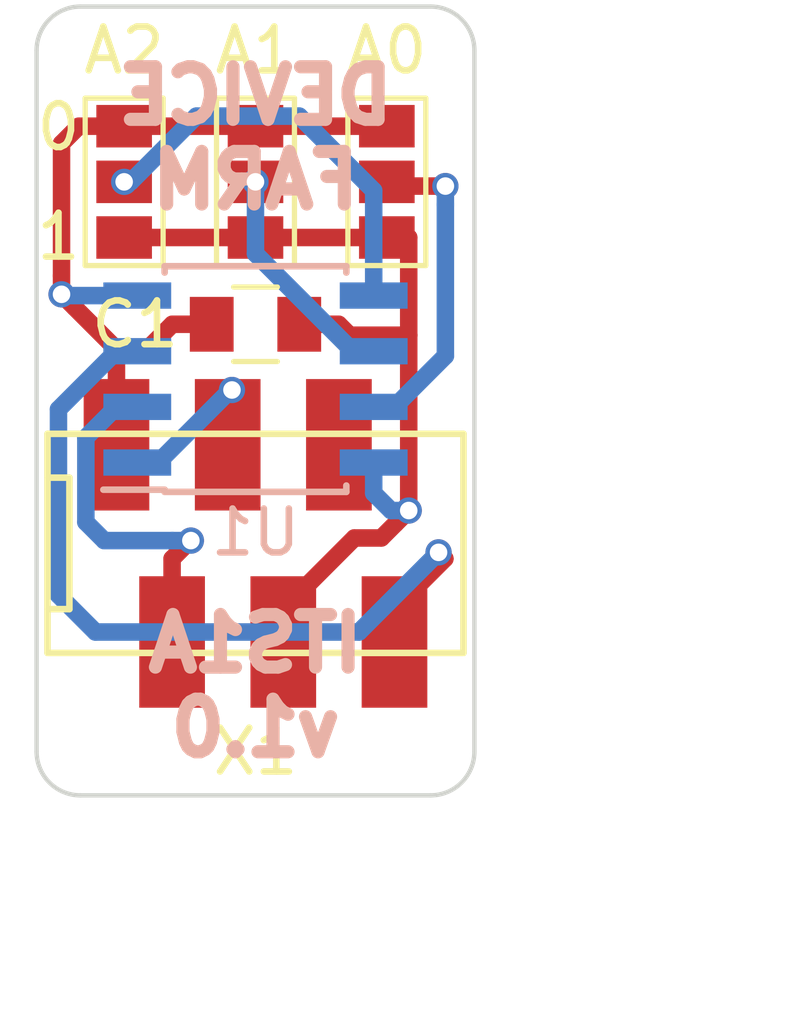
<source format=kicad_pcb>
(kicad_pcb (version 4) (host pcbnew 4.0.7-e2-6376~58~ubuntu16.04.1)

  (general
    (links 16)
    (no_connects 0)
    (area 152.769833 99.949999 163.875 118.075)
    (thickness 1.6)
    (drawings 14)
    (tracks 78)
    (zones 0)
    (modules 6)
    (nets 9)
  )

  (page A4)
  (layers
    (0 F.Cu signal)
    (31 B.Cu signal)
    (32 B.Adhes user)
    (33 F.Adhes user)
    (34 B.Paste user)
    (35 F.Paste user)
    (36 B.SilkS user)
    (37 F.SilkS user)
    (38 B.Mask user)
    (39 F.Mask user)
    (40 Dwgs.User user)
    (41 Cmts.User user)
    (42 Eco1.User user)
    (43 Eco2.User user)
    (44 Edge.Cuts user)
    (45 Margin user)
    (46 B.CrtYd user)
    (47 F.CrtYd user)
    (48 B.Fab user hide)
    (49 F.Fab user hide)
  )

  (setup
    (last_trace_width 0.4)
    (trace_clearance 0.2)
    (zone_clearance 0.508)
    (zone_45_only no)
    (trace_min 0.2)
    (segment_width 0.2)
    (edge_width 0.1)
    (via_size 0.6)
    (via_drill 0.4)
    (via_min_size 0.4)
    (via_min_drill 0.3)
    (user_via 0.9 0.6)
    (user_via 3 1)
    (user_via 4 2.2)
    (uvia_size 0.3)
    (uvia_drill 0.1)
    (uvias_allowed no)
    (uvia_min_size 0.2)
    (uvia_min_drill 0.1)
    (pcb_text_width 0.3)
    (pcb_text_size 1.5 1.5)
    (mod_edge_width 0.15)
    (mod_text_size 1 1)
    (mod_text_width 0.15)
    (pad_size 1.5 1.5)
    (pad_drill 0.6)
    (pad_to_mask_clearance 0)
    (aux_axis_origin 0 0)
    (visible_elements FFFEEF7F)
    (pcbplotparams
      (layerselection 0x00030_80000001)
      (usegerberextensions false)
      (excludeedgelayer true)
      (linewidth 0.100000)
      (plotframeref false)
      (viasonmask false)
      (mode 1)
      (useauxorigin false)
      (hpglpennumber 1)
      (hpglpenspeed 20)
      (hpglpendiameter 15)
      (hpglpenoverlay 2)
      (psnegative false)
      (psa4output false)
      (plotreference true)
      (plotvalue true)
      (plotinvisibletext false)
      (padsonsilk false)
      (subtractmaskfromsilk false)
      (outputformat 1)
      (mirror false)
      (drillshape 1)
      (scaleselection 1)
      (outputdirectory ""))
  )

  (net 0 "")
  (net 1 GND)
  (net 2 "Net-(A0-Pad2)")
  (net 3 VCC)
  (net 4 "Net-(A1-Pad2)")
  (net 5 "Net-(A2-Pad2)")
  (net 6 /SDA)
  (net 7 /SCL)
  (net 8 /ALERT)

  (net_class Default "This is the default net class."
    (clearance 0.2)
    (trace_width 0.4)
    (via_dia 0.6)
    (via_drill 0.4)
    (uvia_dia 0.3)
    (uvia_drill 0.1)
    (add_net /ALERT)
    (add_net /SCL)
    (add_net /SDA)
    (add_net GND)
    (add_net "Net-(A0-Pad2)")
    (add_net "Net-(A1-Pad2)")
    (add_net "Net-(A2-Pad2)")
    (add_net VCC)
  )

  (module Connectors:GS3 (layer F.Cu) (tedit 58613494) (tstamp 5B717F4E)
    (at 161 104)
    (descr "3-pin solder bridge")
    (tags "solder bridge")
    (path /5AF9A239)
    (attr smd)
    (fp_text reference A0 (at 0 -3 180) (layer F.SilkS)
      (effects (font (size 1 1) (thickness 0.15)))
    )
    (fp_text value GS3 (at 1.8 0 90) (layer F.Fab)
      (effects (font (size 1 1) (thickness 0.15)))
    )
    (fp_line (start -1.15 -2.15) (end 1.15 -2.15) (layer F.CrtYd) (width 0.05))
    (fp_line (start 1.15 -2.15) (end 1.15 2.15) (layer F.CrtYd) (width 0.05))
    (fp_line (start 1.15 2.15) (end -1.15 2.15) (layer F.CrtYd) (width 0.05))
    (fp_line (start -1.15 2.15) (end -1.15 -2.15) (layer F.CrtYd) (width 0.05))
    (fp_line (start -0.89 -1.91) (end -0.89 1.91) (layer F.SilkS) (width 0.12))
    (fp_line (start -0.89 1.91) (end 0.89 1.91) (layer F.SilkS) (width 0.12))
    (fp_line (start 0.89 1.91) (end 0.89 -1.91) (layer F.SilkS) (width 0.12))
    (fp_line (start -0.89 -1.91) (end 0.89 -1.91) (layer F.SilkS) (width 0.12))
    (pad 1 smd rect (at 0 -1.27) (size 1.27 0.97) (layers F.Cu F.Paste F.Mask)
      (net 1 GND))
    (pad 2 smd rect (at 0 0) (size 1.27 0.97) (layers F.Cu F.Paste F.Mask)
      (net 2 "Net-(A0-Pad2)"))
    (pad 3 smd rect (at 0 1.27) (size 1.27 0.97) (layers F.Cu F.Paste F.Mask)
      (net 3 VCC))
  )

  (module Connectors:GS3 (layer F.Cu) (tedit 58613494) (tstamp 5B717F55)
    (at 158 104)
    (descr "3-pin solder bridge")
    (tags "solder bridge")
    (path /5AF9A20D)
    (attr smd)
    (fp_text reference A1 (at 0 -3 180) (layer F.SilkS)
      (effects (font (size 1 1) (thickness 0.15)))
    )
    (fp_text value GS3 (at 1.8 0 90) (layer F.Fab)
      (effects (font (size 1 1) (thickness 0.15)))
    )
    (fp_line (start -1.15 -2.15) (end 1.15 -2.15) (layer F.CrtYd) (width 0.05))
    (fp_line (start 1.15 -2.15) (end 1.15 2.15) (layer F.CrtYd) (width 0.05))
    (fp_line (start 1.15 2.15) (end -1.15 2.15) (layer F.CrtYd) (width 0.05))
    (fp_line (start -1.15 2.15) (end -1.15 -2.15) (layer F.CrtYd) (width 0.05))
    (fp_line (start -0.89 -1.91) (end -0.89 1.91) (layer F.SilkS) (width 0.12))
    (fp_line (start -0.89 1.91) (end 0.89 1.91) (layer F.SilkS) (width 0.12))
    (fp_line (start 0.89 1.91) (end 0.89 -1.91) (layer F.SilkS) (width 0.12))
    (fp_line (start -0.89 -1.91) (end 0.89 -1.91) (layer F.SilkS) (width 0.12))
    (pad 1 smd rect (at 0 -1.27) (size 1.27 0.97) (layers F.Cu F.Paste F.Mask)
      (net 1 GND))
    (pad 2 smd rect (at 0 0) (size 1.27 0.97) (layers F.Cu F.Paste F.Mask)
      (net 4 "Net-(A1-Pad2)"))
    (pad 3 smd rect (at 0 1.27) (size 1.27 0.97) (layers F.Cu F.Paste F.Mask)
      (net 3 VCC))
  )

  (module Connectors:GS3 (layer F.Cu) (tedit 58613494) (tstamp 5B717F5C)
    (at 155 104)
    (descr "3-pin solder bridge")
    (tags "solder bridge")
    (path /5AF9A1BB)
    (attr smd)
    (fp_text reference A2 (at 0 -3 180) (layer F.SilkS)
      (effects (font (size 1 1) (thickness 0.15)))
    )
    (fp_text value GS3 (at 1.8 0 90) (layer F.Fab)
      (effects (font (size 1 1) (thickness 0.15)))
    )
    (fp_line (start -1.15 -2.15) (end 1.15 -2.15) (layer F.CrtYd) (width 0.05))
    (fp_line (start 1.15 -2.15) (end 1.15 2.15) (layer F.CrtYd) (width 0.05))
    (fp_line (start 1.15 2.15) (end -1.15 2.15) (layer F.CrtYd) (width 0.05))
    (fp_line (start -1.15 2.15) (end -1.15 -2.15) (layer F.CrtYd) (width 0.05))
    (fp_line (start -0.89 -1.91) (end -0.89 1.91) (layer F.SilkS) (width 0.12))
    (fp_line (start -0.89 1.91) (end 0.89 1.91) (layer F.SilkS) (width 0.12))
    (fp_line (start 0.89 1.91) (end 0.89 -1.91) (layer F.SilkS) (width 0.12))
    (fp_line (start -0.89 -1.91) (end 0.89 -1.91) (layer F.SilkS) (width 0.12))
    (pad 1 smd rect (at 0 -1.27) (size 1.27 0.97) (layers F.Cu F.Paste F.Mask)
      (net 1 GND))
    (pad 2 smd rect (at 0 0) (size 1.27 0.97) (layers F.Cu F.Paste F.Mask)
      (net 5 "Net-(A2-Pad2)"))
    (pad 3 smd rect (at 0 1.27) (size 1.27 0.97) (layers F.Cu F.Paste F.Mask)
      (net 3 VCC))
  )

  (module Housings_SOIC:SOIC-8_3.9x4.9mm_Pitch1.27mm (layer B.Cu) (tedit 58CD0CDA) (tstamp 5B717F68)
    (at 158 108.5)
    (descr "8-Lead Plastic Small Outline (SN) - Narrow, 3.90 mm Body [SOIC] (see Microchip Packaging Specification 00000049BS.pdf)")
    (tags "SOIC 1.27")
    (path /5AF99E87)
    (attr smd)
    (fp_text reference U1 (at 0 3.5) (layer B.SilkS)
      (effects (font (size 1 1) (thickness 0.15)) (justify mirror))
    )
    (fp_text value LM75A (at 0 -3.5) (layer B.Fab)
      (effects (font (size 1 1) (thickness 0.15)) (justify mirror))
    )
    (fp_text user %R (at 0 0) (layer B.Fab)
      (effects (font (size 1 1) (thickness 0.15)) (justify mirror))
    )
    (fp_line (start -0.95 2.45) (end 1.95 2.45) (layer B.Fab) (width 0.1))
    (fp_line (start 1.95 2.45) (end 1.95 -2.45) (layer B.Fab) (width 0.1))
    (fp_line (start 1.95 -2.45) (end -1.95 -2.45) (layer B.Fab) (width 0.1))
    (fp_line (start -1.95 -2.45) (end -1.95 1.45) (layer B.Fab) (width 0.1))
    (fp_line (start -1.95 1.45) (end -0.95 2.45) (layer B.Fab) (width 0.1))
    (fp_line (start -3.73 2.7) (end -3.73 -2.7) (layer B.CrtYd) (width 0.05))
    (fp_line (start 3.73 2.7) (end 3.73 -2.7) (layer B.CrtYd) (width 0.05))
    (fp_line (start -3.73 2.7) (end 3.73 2.7) (layer B.CrtYd) (width 0.05))
    (fp_line (start -3.73 -2.7) (end 3.73 -2.7) (layer B.CrtYd) (width 0.05))
    (fp_line (start -2.075 2.575) (end -2.075 2.525) (layer B.SilkS) (width 0.15))
    (fp_line (start 2.075 2.575) (end 2.075 2.43) (layer B.SilkS) (width 0.15))
    (fp_line (start 2.075 -2.575) (end 2.075 -2.43) (layer B.SilkS) (width 0.15))
    (fp_line (start -2.075 -2.575) (end -2.075 -2.43) (layer B.SilkS) (width 0.15))
    (fp_line (start -2.075 2.575) (end 2.075 2.575) (layer B.SilkS) (width 0.15))
    (fp_line (start -2.075 -2.575) (end 2.075 -2.575) (layer B.SilkS) (width 0.15))
    (fp_line (start -2.075 2.525) (end -3.475 2.525) (layer B.SilkS) (width 0.15))
    (pad 1 smd rect (at -2.7 1.905) (size 1.55 0.6) (layers B.Cu B.Paste B.Mask)
      (net 6 /SDA))
    (pad 2 smd rect (at -2.7 0.635) (size 1.55 0.6) (layers B.Cu B.Paste B.Mask)
      (net 7 /SCL))
    (pad 3 smd rect (at -2.7 -0.635) (size 1.55 0.6) (layers B.Cu B.Paste B.Mask)
      (net 8 /ALERT))
    (pad 4 smd rect (at -2.7 -1.905) (size 1.55 0.6) (layers B.Cu B.Paste B.Mask)
      (net 1 GND))
    (pad 5 smd rect (at 2.7 -1.905) (size 1.55 0.6) (layers B.Cu B.Paste B.Mask)
      (net 5 "Net-(A2-Pad2)"))
    (pad 6 smd rect (at 2.7 -0.635) (size 1.55 0.6) (layers B.Cu B.Paste B.Mask)
      (net 4 "Net-(A1-Pad2)"))
    (pad 7 smd rect (at 2.7 0.635) (size 1.55 0.6) (layers B.Cu B.Paste B.Mask)
      (net 2 "Net-(A0-Pad2)"))
    (pad 8 smd rect (at 2.7 1.905) (size 1.55 0.6) (layers B.Cu B.Paste B.Mask)
      (net 3 VCC))
    (model ${KISYS3DMOD}/Housings_SOIC.3dshapes/SOIC-8_3.9x4.9mm_Pitch1.27mm.wrl
      (at (xyz 0 0 0))
      (scale (xyz 1 1 1))
      (rotate (xyz 0 0 0))
    )
  )

  (module device.farm:Micro-Match-FOB-6 (layer F.Cu) (tedit 0) (tstamp 5B717F72)
    (at 158 112.25)
    (path /5B717F66)
    (fp_text reference X1 (at 0 4.75) (layer F.SilkS)
      (effects (font (size 1 1) (thickness 0.15)))
    )
    (fp_text value I2C-6P (at 0 -5) (layer F.Fab)
      (effects (font (size 1 1) (thickness 0.15)))
    )
    (fp_line (start -4.75 -2.5) (end 4.75 -2.5) (layer F.SilkS) (width 0.15))
    (fp_line (start -4.75 2.5) (end 4.75 2.5) (layer F.SilkS) (width 0.15))
    (fp_line (start -4.75 -2.5) (end -4.75 2.5) (layer F.SilkS) (width 0.15))
    (fp_line (start 4.75 -2.5) (end 4.75 2.5) (layer F.SilkS) (width 0.15))
    (fp_line (start -4.75 -1.5) (end -4.25 -1.5) (layer F.SilkS) (width 0.15))
    (fp_line (start -4.25 -1.5) (end -4.25 1.5) (layer F.SilkS) (width 0.15))
    (fp_line (start -4.75 1.5) (end -4.25 1.5) (layer F.SilkS) (width 0.15))
    (pad 1 smd rect (at -3.175 -2.25) (size 1.5 3) (layers F.Cu F.Paste F.Mask)
      (net 1 GND))
    (pad 2 smd rect (at -1.905 2.25) (size 1.5 3) (layers F.Cu F.Paste F.Mask)
      (net 7 /SCL))
    (pad 3 smd rect (at -0.635 -2.25) (size 1.5 3) (layers F.Cu F.Paste F.Mask)
      (net 6 /SDA))
    (pad 4 smd rect (at 0.635 2.25) (size 1.5 3) (layers F.Cu F.Paste F.Mask)
      (net 3 VCC))
    (pad 5 smd rect (at 1.905 -2.25) (size 1.5 3) (layers F.Cu F.Paste F.Mask))
    (pad 6 smd rect (at 3.175 2.25) (size 1.5 3) (layers F.Cu F.Paste F.Mask)
      (net 8 /ALERT))
    (model ${DF}/Micro-Match-FOB-6.wrl
      (at (xyz 0 0 0))
      (scale (xyz 0.393701 0.393701 0.393701))
      (rotate (xyz 0 0 0))
    )
  )

  (module Capacitors_SMD:C_0805 (layer F.Cu) (tedit 58AA8463) (tstamp 5B7184F1)
    (at 158 107.25 180)
    (descr "Capacitor SMD 0805, reflow soldering, AVX (see smccp.pdf)")
    (tags "capacitor 0805")
    (path /5B71849D)
    (attr smd)
    (fp_text reference C1 (at 2.75 0 180) (layer F.SilkS)
      (effects (font (size 1 1) (thickness 0.15)))
    )
    (fp_text value 100n (at 0 1.75 180) (layer F.Fab)
      (effects (font (size 1 1) (thickness 0.15)))
    )
    (fp_text user %R (at 0 -1.5 180) (layer F.Fab)
      (effects (font (size 1 1) (thickness 0.15)))
    )
    (fp_line (start -1 0.62) (end -1 -0.62) (layer F.Fab) (width 0.1))
    (fp_line (start 1 0.62) (end -1 0.62) (layer F.Fab) (width 0.1))
    (fp_line (start 1 -0.62) (end 1 0.62) (layer F.Fab) (width 0.1))
    (fp_line (start -1 -0.62) (end 1 -0.62) (layer F.Fab) (width 0.1))
    (fp_line (start 0.5 -0.85) (end -0.5 -0.85) (layer F.SilkS) (width 0.12))
    (fp_line (start -0.5 0.85) (end 0.5 0.85) (layer F.SilkS) (width 0.12))
    (fp_line (start -1.75 -0.88) (end 1.75 -0.88) (layer F.CrtYd) (width 0.05))
    (fp_line (start -1.75 -0.88) (end -1.75 0.87) (layer F.CrtYd) (width 0.05))
    (fp_line (start 1.75 0.87) (end 1.75 -0.88) (layer F.CrtYd) (width 0.05))
    (fp_line (start 1.75 0.87) (end -1.75 0.87) (layer F.CrtYd) (width 0.05))
    (pad 1 smd rect (at -1 0 180) (size 1 1.25) (layers F.Cu F.Paste F.Mask)
      (net 3 VCC))
    (pad 2 smd rect (at 1 0 180) (size 1 1.25) (layers F.Cu F.Paste F.Mask)
      (net 1 GND))
    (model Capacitors_SMD.3dshapes/C_0805.wrl
      (at (xyz 0 0 0))
      (scale (xyz 1 1 1))
      (rotate (xyz 0 0 0))
    )
  )

  (dimension 10 (width 0.3) (layer Dwgs.User)
    (gr_text "10,000 mm" (at 158 123.85) (layer Dwgs.User)
      (effects (font (size 1.5 1.5) (thickness 0.3)))
    )
    (feature1 (pts (xy 163 118) (xy 163 125.2)))
    (feature2 (pts (xy 153 118) (xy 153 125.2)))
    (crossbar (pts (xy 153 122.5) (xy 163 122.5)))
    (arrow1a (pts (xy 163 122.5) (xy 161.873496 123.086421)))
    (arrow1b (pts (xy 163 122.5) (xy 161.873496 121.913579)))
    (arrow2a (pts (xy 153 122.5) (xy 154.126504 123.086421)))
    (arrow2b (pts (xy 153 122.5) (xy 154.126504 121.913579)))
  )
  (dimension 18 (width 0.3) (layer Dwgs.User)
    (gr_text "18,000 mm" (at 167.85 109 90) (layer Dwgs.User)
      (effects (font (size 1.5 1.5) (thickness 0.3)))
    )
    (feature1 (pts (xy 161.5 100) (xy 169.2 100)))
    (feature2 (pts (xy 161.5 118) (xy 169.2 118)))
    (crossbar (pts (xy 166.5 118) (xy 166.5 100)))
    (arrow1a (pts (xy 166.5 100) (xy 167.086421 101.126504)))
    (arrow1b (pts (xy 166.5 100) (xy 165.913579 101.126504)))
    (arrow2a (pts (xy 166.5 118) (xy 167.086421 116.873496)))
    (arrow2b (pts (xy 166.5 118) (xy 165.913579 116.873496)))
  )
  (gr_text "DEVICE\nFARM" (at 158 103) (layer B.SilkS)
    (effects (font (size 1.2 1.2) (thickness 0.3)) (justify mirror))
  )
  (gr_text "ITS1A\nv1.0" (at 158 115.5) (layer B.SilkS)
    (effects (font (size 1.2 1.2) (thickness 0.3)) (justify mirror))
  )
  (gr_arc (start 162 117) (end 163 117) (angle 90) (layer Edge.Cuts) (width 0.1))
  (gr_arc (start 154 117) (end 154 118) (angle 90) (layer Edge.Cuts) (width 0.1))
  (gr_arc (start 162 101) (end 162 100) (angle 90) (layer Edge.Cuts) (width 0.1))
  (gr_arc (start 154 101) (end 153 101) (angle 90) (layer Edge.Cuts) (width 0.1))
  (gr_text 1 (at 153.5 105.25) (layer F.SilkS) (tstamp 5B71867F)
    (effects (font (size 1 1) (thickness 0.15)))
  )
  (gr_text 0 (at 153.5 102.75) (layer F.SilkS)
    (effects (font (size 1 1) (thickness 0.15)))
  )
  (gr_line (start 153 117) (end 153 101) (layer Edge.Cuts) (width 0.1))
  (gr_line (start 162 118) (end 154 118) (layer Edge.Cuts) (width 0.1))
  (gr_line (start 163 101) (end 163 117) (layer Edge.Cuts) (width 0.1))
  (gr_line (start 154 100) (end 162 100) (layer Edge.Cuts) (width 0.1))

  (segment (start 157 107.25) (end 156.1 107.25) (width 0.4) (layer F.Cu) (net 1))
  (segment (start 156.1 107.25) (end 155.528571 107.821429) (width 0.4) (layer F.Cu) (net 1))
  (segment (start 155.528571 107.821429) (end 154.825 107.821429) (width 0.4) (layer F.Cu) (net 1))
  (segment (start 154.825 107.821429) (end 153.869833 106.866262) (width 0.4) (layer F.Cu) (net 1))
  (segment (start 153.569834 106.141999) (end 153.569834 106.566263) (width 0.4) (layer F.Cu) (net 1))
  (segment (start 153.965 102.73) (end 153.569834 103.125166) (width 0.4) (layer F.Cu) (net 1))
  (segment (start 155 102.73) (end 153.965 102.73) (width 0.4) (layer F.Cu) (net 1))
  (segment (start 153.598571 106.595) (end 153.569834 106.566263) (width 0.4) (layer B.Cu) (net 1))
  (segment (start 155.3 106.595) (end 153.598571 106.595) (width 0.4) (layer B.Cu) (net 1))
  (segment (start 154.825 110) (end 154.825 107.821429) (width 0.4) (layer F.Cu) (net 1))
  (segment (start 153.569834 103.125166) (end 153.569834 106.141999) (width 0.4) (layer F.Cu) (net 1))
  (segment (start 153.869833 106.866262) (end 153.569834 106.566263) (width 0.4) (layer F.Cu) (net 1))
  (via (at 153.569834 106.566263) (size 0.6) (drill 0.4) (layers F.Cu B.Cu) (net 1))
  (segment (start 158 102.73) (end 160.941356 102.73) (width 0.4) (layer F.Cu) (net 1))
  (segment (start 160.941356 102.73) (end 160.95257 102.741214) (width 0.4) (layer F.Cu) (net 1))
  (segment (start 155 102.73) (end 158 102.73) (width 0.4) (layer F.Cu) (net 1))
  (segment (start 162.33719 104.096237) (end 161.096237 104.096237) (width 0.4) (layer F.Cu) (net 2))
  (segment (start 161.096237 104.096237) (end 161 104) (width 0.4) (layer F.Cu) (net 2))
  (segment (start 162.33719 104.520501) (end 162.33719 104.096237) (width 0.4) (layer B.Cu) (net 2))
  (segment (start 162.33719 107.97281) (end 162.33719 104.520501) (width 0.4) (layer B.Cu) (net 2))
  (segment (start 160.7 109.135) (end 161.175 109.135) (width 0.4) (layer B.Cu) (net 2))
  (segment (start 161.175 109.135) (end 162.33719 107.97281) (width 0.4) (layer B.Cu) (net 2))
  (via (at 162.33719 104.096237) (size 0.6) (drill 0.4) (layers F.Cu B.Cu) (net 2))
  (segment (start 161.5 111.5) (end 161.5 107.5) (width 0.4) (layer F.Cu) (net 3))
  (segment (start 161.5 107.5) (end 161.5 105.27) (width 0.4) (layer F.Cu) (net 3))
  (segment (start 159 107.25) (end 159.9 107.25) (width 0.4) (layer F.Cu) (net 3))
  (segment (start 159.9 107.25) (end 160.15 107.5) (width 0.4) (layer F.Cu) (net 3))
  (segment (start 160.15 107.5) (end 161.5 107.5) (width 0.4) (layer F.Cu) (net 3))
  (segment (start 155 105.27) (end 158 105.27) (width 0.4) (layer F.Cu) (net 3))
  (segment (start 160.258573 112.126427) (end 160.873573 112.126427) (width 0.4) (layer F.Cu) (net 3))
  (segment (start 158.635 114.5) (end 158.635 113.75) (width 0.4) (layer F.Cu) (net 3))
  (segment (start 161.200001 111.799999) (end 161.5 111.5) (width 0.4) (layer F.Cu) (net 3))
  (segment (start 158.635 113.75) (end 160.258573 112.126427) (width 0.4) (layer F.Cu) (net 3))
  (segment (start 160.873573 112.126427) (end 161.200001 111.799999) (width 0.4) (layer F.Cu) (net 3))
  (segment (start 161.5 105.27) (end 158 105.27) (width 0.4) (layer F.Cu) (net 3))
  (via (at 161.5 111.5) (size 0.6) (drill 0.4) (layers F.Cu B.Cu) (net 3))
  (segment (start 161.095 111.5) (end 161.5 111.5) (width 0.4) (layer B.Cu) (net 3))
  (segment (start 160.7 110.405) (end 160.7 111.105) (width 0.4) (layer B.Cu) (net 3))
  (segment (start 160.7 111.105) (end 161.095 111.5) (width 0.4) (layer B.Cu) (net 3))
  (segment (start 158 104) (end 158 105.64) (width 0.4) (layer B.Cu) (net 4))
  (segment (start 160.225 107.865) (end 160.7 107.865) (width 0.4) (layer B.Cu) (net 4))
  (segment (start 158 105.64) (end 160.225 107.865) (width 0.4) (layer B.Cu) (net 4))
  (via (at 158 104) (size 0.6) (drill 0.4) (layers F.Cu B.Cu) (net 4))
  (segment (start 159 102.5) (end 160.7 104.2) (width 0.4) (layer B.Cu) (net 5))
  (segment (start 160.7 104.2) (end 160.7 106.595) (width 0.4) (layer B.Cu) (net 5))
  (segment (start 156.65 102.5) (end 159 102.5) (width 0.4) (layer B.Cu) (net 5))
  (segment (start 155 104) (end 155.15 104) (width 0.4) (layer B.Cu) (net 5))
  (segment (start 155.15 104) (end 156.65 102.5) (width 0.4) (layer B.Cu) (net 5))
  (via (at 155 104) (size 0.6) (drill 0.4) (layers F.Cu B.Cu) (net 5))
  (segment (start 157.430581 108.749419) (end 157.462653 108.749419) (width 0.4) (layer B.Cu) (net 6))
  (segment (start 155.775 110.405) (end 157.430581 108.749419) (width 0.4) (layer B.Cu) (net 6))
  (segment (start 155.3 110.405) (end 155.775 110.405) (width 0.4) (layer B.Cu) (net 6))
  (segment (start 157.462653 109.173683) (end 157.462653 108.749419) (width 0.4) (layer F.Cu) (net 6))
  (segment (start 157.462653 109.902347) (end 157.462653 109.173683) (width 0.4) (layer F.Cu) (net 6))
  (segment (start 157.365 110) (end 157.462653 109.902347) (width 0.4) (layer F.Cu) (net 6))
  (via (at 157.462653 108.749419) (size 0.6) (drill 0.4) (layers F.Cu B.Cu) (net 6))
  (segment (start 156.508787 112.186213) (end 156.524085 112.186213) (width 0.4) (layer F.Cu) (net 7))
  (segment (start 156.095 112.6) (end 156.508787 112.186213) (width 0.4) (layer F.Cu) (net 7))
  (segment (start 156.095 114.5) (end 156.095 112.6) (width 0.4) (layer F.Cu) (net 7))
  (segment (start 156.099821 112.186213) (end 156.524085 112.186213) (width 0.4) (layer B.Cu) (net 7))
  (segment (start 154.544938 112.186213) (end 156.099821 112.186213) (width 0.4) (layer B.Cu) (net 7))
  (segment (start 154.124999 111.766274) (end 154.544938 112.186213) (width 0.4) (layer B.Cu) (net 7))
  (segment (start 154.124999 109.835001) (end 154.124999 111.766274) (width 0.4) (layer B.Cu) (net 7))
  (segment (start 155.3 109.135) (end 154.825 109.135) (width 0.4) (layer B.Cu) (net 7))
  (segment (start 154.825 109.135) (end 154.124999 109.835001) (width 0.4) (layer B.Cu) (net 7))
  (via (at 156.524085 112.186213) (size 0.6) (drill 0.4) (layers F.Cu B.Cu) (net 7))
  (segment (start 161.175 114.5) (end 161.175 113.75) (width 0.4) (layer F.Cu) (net 8))
  (segment (start 161.175 113.75) (end 162.325 112.6) (width 0.4) (layer F.Cu) (net 8))
  (segment (start 154.344464 114.272527) (end 160.36403 114.272527) (width 0.4) (layer B.Cu) (net 8))
  (segment (start 154.825 107.865) (end 153.5 109.19) (width 0.4) (layer B.Cu) (net 8))
  (segment (start 153.5 109.19) (end 153.5 113.428063) (width 0.4) (layer B.Cu) (net 8))
  (segment (start 162.325 112.598939) (end 162.181309 112.455248) (width 0.4) (layer F.Cu) (net 8))
  (segment (start 155.3 107.865) (end 154.825 107.865) (width 0.4) (layer B.Cu) (net 8))
  (segment (start 153.5 113.428063) (end 154.344464 114.272527) (width 0.4) (layer B.Cu) (net 8))
  (segment (start 161.88131 112.755247) (end 162.181309 112.455248) (width 0.4) (layer B.Cu) (net 8))
  (segment (start 160.36403 114.272527) (end 161.88131 112.755247) (width 0.4) (layer B.Cu) (net 8))
  (via (at 162.181309 112.455248) (size 0.6) (drill 0.4) (layers F.Cu B.Cu) (net 8))
  (segment (start 162.325 112.6) (end 162.325 112.598939) (width 0.4) (layer F.Cu) (net 8))

)

</source>
